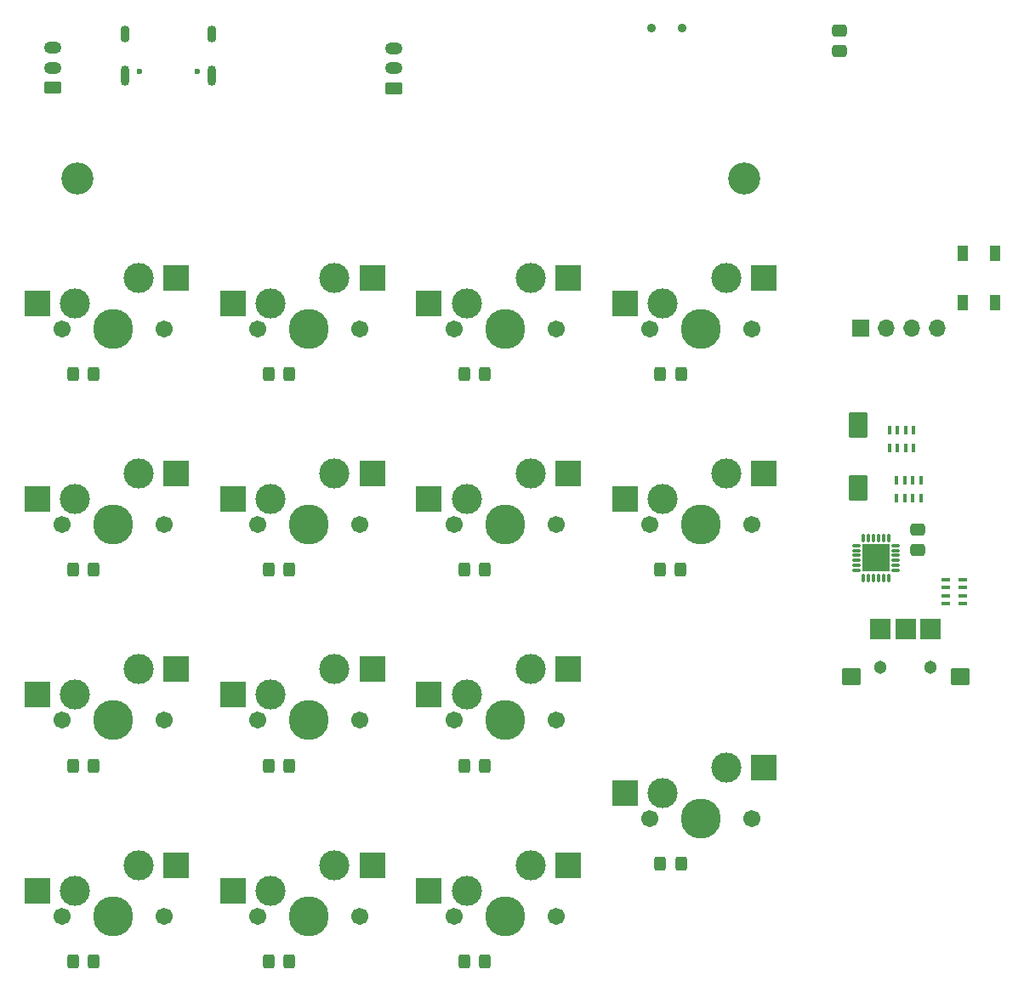
<source format=gbr>
%TF.GenerationSoftware,KiCad,Pcbnew,(6.0.7)*%
%TF.CreationDate,2022-10-16T13:30:08+08:00*%
%TF.ProjectId,numpad-test,6e756d70-6164-42d7-9465-73742e6b6963,rev?*%
%TF.SameCoordinates,Original*%
%TF.FileFunction,Soldermask,Bot*%
%TF.FilePolarity,Negative*%
%FSLAX46Y46*%
G04 Gerber Fmt 4.6, Leading zero omitted, Abs format (unit mm)*
G04 Created by KiCad (PCBNEW (6.0.7)) date 2022-10-16 13:30:08*
%MOMM*%
%LPD*%
G01*
G04 APERTURE LIST*
G04 Aperture macros list*
%AMRoundRect*
0 Rectangle with rounded corners*
0 $1 Rounding radius*
0 $2 $3 $4 $5 $6 $7 $8 $9 X,Y pos of 4 corners*
0 Add a 4 corners polygon primitive as box body*
4,1,4,$2,$3,$4,$5,$6,$7,$8,$9,$2,$3,0*
0 Add four circle primitives for the rounded corners*
1,1,$1+$1,$2,$3*
1,1,$1+$1,$4,$5*
1,1,$1+$1,$6,$7*
1,1,$1+$1,$8,$9*
0 Add four rect primitives between the rounded corners*
20,1,$1+$1,$2,$3,$4,$5,0*
20,1,$1+$1,$4,$5,$6,$7,0*
20,1,$1+$1,$6,$7,$8,$9,0*
20,1,$1+$1,$8,$9,$2,$3,0*%
G04 Aperture macros list end*
%ADD10C,3.000000*%
%ADD11C,1.701800*%
%ADD12C,3.987800*%
%ADD13R,2.550000X2.500000*%
%ADD14C,3.200000*%
%ADD15RoundRect,0.250000X0.625000X-0.350000X0.625000X0.350000X-0.625000X0.350000X-0.625000X-0.350000X0*%
%ADD16O,1.750000X1.200000*%
%ADD17R,1.700000X1.700000*%
%ADD18O,1.700000X1.700000*%
%ADD19C,0.900000*%
%ADD20C,0.600000*%
%ADD21O,0.900000X2.000000*%
%ADD22O,0.900000X1.700000*%
%ADD23C,1.303020*%
%ADD24RoundRect,0.101600X-0.949960X-0.899160X0.949960X-0.899160X0.949960X0.899160X-0.949960X0.899160X0*%
%ADD25RoundRect,0.101600X-0.798830X-0.749300X0.798830X-0.749300X0.798830X0.749300X-0.798830X0.749300X0*%
%ADD26RoundRect,0.250000X0.325000X0.450000X-0.325000X0.450000X-0.325000X-0.450000X0.325000X-0.450000X0*%
%ADD27RoundRect,0.101600X-0.798830X1.149350X-0.798830X-1.149350X0.798830X-1.149350X0.798830X1.149350X0*%
%ADD28RoundRect,0.060000X0.125000X0.350000X-0.125000X0.350000X-0.125000X-0.350000X0.125000X-0.350000X0*%
%ADD29RoundRect,0.060000X0.350000X0.125000X-0.350000X0.125000X-0.350000X-0.125000X0.350000X-0.125000X0*%
%ADD30R,2.750000X2.750000*%
%ADD31R,0.400000X0.900000*%
%ADD32R,1.000000X1.500000*%
%ADD33R,0.900000X0.400000*%
%ADD34RoundRect,0.250000X0.475000X-0.337500X0.475000X0.337500X-0.475000X0.337500X-0.475000X-0.337500X0*%
G04 APERTURE END LIST*
D10*
%TO.C,SW16*%
X111690000Y-63460000D03*
X118040000Y-60920000D03*
D11*
X120580000Y-66000000D03*
X110420000Y-66000000D03*
D12*
X115500000Y-66000000D03*
D13*
X121790000Y-60920000D03*
X107940000Y-63460000D03*
%TD*%
D11*
%TO.C,SW12*%
X90920000Y-66000000D03*
X101080000Y-66000000D03*
D10*
X92190000Y-63460000D03*
X98540000Y-60920000D03*
D12*
X96000000Y-66000000D03*
D13*
X102290000Y-60920000D03*
X88440000Y-63460000D03*
%TD*%
D14*
%TO.C,H2*%
X119850000Y-51050000D03*
%TD*%
D15*
%TO.C,J1*%
X50950000Y-42000000D03*
D16*
X50950000Y-40000000D03*
X50950000Y-38000000D03*
%TD*%
D11*
%TO.C,SW10*%
X81580000Y-105000000D03*
D10*
X79040000Y-99920000D03*
D11*
X71420000Y-105000000D03*
D12*
X76500000Y-105000000D03*
D10*
X72690000Y-102460000D03*
D13*
X82790000Y-99920000D03*
X68940000Y-102460000D03*
%TD*%
D17*
%TO.C,J3*%
X131380000Y-65935000D03*
D18*
X133920000Y-65935000D03*
X136460000Y-65935000D03*
X139000000Y-65935000D03*
%TD*%
D15*
%TO.C,J2*%
X84963000Y-42037000D03*
D16*
X84963000Y-40037000D03*
X84963000Y-38037000D03*
%TD*%
D11*
%TO.C,SW5*%
X62080000Y-85500000D03*
D10*
X59540000Y-80420000D03*
D11*
X51920000Y-85500000D03*
D12*
X57000000Y-85500000D03*
D10*
X53190000Y-82960000D03*
D13*
X63290000Y-80420000D03*
X49440000Y-82960000D03*
%TD*%
D10*
%TO.C,SW4*%
X53190000Y-63460000D03*
D11*
X51920000Y-66000000D03*
X62080000Y-66000000D03*
D10*
X59540000Y-60920000D03*
D12*
X57000000Y-66000000D03*
D13*
X63290000Y-60920000D03*
X49440000Y-63460000D03*
%TD*%
D19*
%TO.C,SW1*%
X113600000Y-36070000D03*
X110600000Y-36070000D03*
%TD*%
D11*
%TO.C,SW15*%
X101080000Y-124500000D03*
D10*
X92190000Y-121960000D03*
X98540000Y-119420000D03*
D12*
X96000000Y-124500000D03*
D11*
X90920000Y-124500000D03*
D13*
X102290000Y-119420000D03*
X88440000Y-121960000D03*
%TD*%
D11*
%TO.C,SW11*%
X71420000Y-124500000D03*
D12*
X76500000Y-124500000D03*
D11*
X81580000Y-124500000D03*
D10*
X79040000Y-119420000D03*
X72690000Y-121960000D03*
D13*
X82790000Y-119420000D03*
X68940000Y-121960000D03*
%TD*%
D20*
%TO.C,J4*%
X59610000Y-40325000D03*
X65390000Y-40325000D03*
D21*
X58180000Y-40805000D03*
D22*
X58180000Y-36635000D03*
D21*
X66820000Y-40805000D03*
D22*
X66820000Y-36635000D03*
%TD*%
D10*
%TO.C,SW13*%
X92190000Y-82960000D03*
D12*
X96000000Y-85500000D03*
D10*
X98540000Y-80420000D03*
D11*
X101080000Y-85500000D03*
X90920000Y-85500000D03*
D13*
X102290000Y-80420000D03*
X88440000Y-82960000D03*
%TD*%
D10*
%TO.C,SW8*%
X72690000Y-63460000D03*
D11*
X71420000Y-66000000D03*
D10*
X79040000Y-60920000D03*
D11*
X81580000Y-66000000D03*
D12*
X76500000Y-66000000D03*
D13*
X82790000Y-60920000D03*
X68940000Y-63460000D03*
%TD*%
D11*
%TO.C,SW7*%
X51920000Y-124500000D03*
D10*
X53190000Y-121960000D03*
X59540000Y-119420000D03*
D12*
X57000000Y-124500000D03*
D11*
X62080000Y-124500000D03*
D13*
X63290000Y-119420000D03*
X49440000Y-121960000D03*
%TD*%
D10*
%TO.C,SW9*%
X79040000Y-80420000D03*
X72690000Y-82960000D03*
D12*
X76500000Y-85500000D03*
D11*
X81580000Y-85500000D03*
X71420000Y-85500000D03*
D13*
X82790000Y-80420000D03*
X68940000Y-82960000D03*
%TD*%
D12*
%TO.C,SW14*%
X96000000Y-105000000D03*
D10*
X98540000Y-99920000D03*
D11*
X101080000Y-105000000D03*
X90920000Y-105000000D03*
D10*
X92190000Y-102460000D03*
D13*
X102290000Y-99920000D03*
X88440000Y-102460000D03*
%TD*%
D10*
%TO.C,SW6*%
X59540000Y-99920000D03*
D11*
X51920000Y-105000000D03*
D10*
X53190000Y-102460000D03*
D12*
X57000000Y-105000000D03*
D11*
X62080000Y-105000000D03*
D13*
X63290000Y-99920000D03*
X49440000Y-102460000D03*
%TD*%
D11*
%TO.C,SW17*%
X110420000Y-85500000D03*
D10*
X111690000Y-82960000D03*
X118040000Y-80420000D03*
D12*
X115500000Y-85500000D03*
D11*
X120580000Y-85500000D03*
D13*
X121790000Y-80420000D03*
X107940000Y-82960000D03*
%TD*%
%TO.C,SW18*%
X107940000Y-112210000D03*
X121790000Y-109670000D03*
D11*
X110420000Y-114750000D03*
D10*
X118040000Y-109670000D03*
D11*
X120580000Y-114750000D03*
D12*
X115500000Y-114750000D03*
D10*
X111690000Y-112210000D03*
%TD*%
D14*
%TO.C,H1*%
X53400000Y-51000000D03*
%TD*%
D23*
%TO.C,S1*%
X138399360Y-99725000D03*
X133400640Y-99725000D03*
D24*
X133400640Y-95925160D03*
X138399360Y-95925160D03*
D25*
X141297500Y-100674960D03*
X130502500Y-100674960D03*
D24*
X135900000Y-95925160D03*
%TD*%
D26*
%TO.C,D11*%
X74525000Y-109500000D03*
X72475000Y-109500000D03*
%TD*%
%TO.C,D19*%
X113525000Y-119250000D03*
X111475000Y-119250000D03*
%TD*%
%TO.C,D10*%
X74525000Y-90000000D03*
X72475000Y-90000000D03*
%TD*%
D27*
%TO.C,SW20*%
X131125000Y-81875000D03*
X131125000Y-75575800D03*
%TD*%
D26*
%TO.C,D5*%
X55025000Y-70500000D03*
X52975000Y-70500000D03*
%TD*%
%TO.C,D7*%
X55025000Y-109500000D03*
X52975000Y-109500000D03*
%TD*%
%TO.C,D18*%
X113475000Y-90000000D03*
X111425000Y-90000000D03*
%TD*%
%TO.C,D13*%
X94025000Y-70500000D03*
X91975000Y-70500000D03*
%TD*%
D28*
%TO.C,U1*%
X134200000Y-90800000D03*
X133700000Y-90800000D03*
X133200000Y-90800000D03*
X132700000Y-90800000D03*
X132200000Y-90800000D03*
X131700000Y-90800000D03*
D29*
X130975000Y-90075000D03*
X130975000Y-89575000D03*
X130975000Y-89075000D03*
X130975000Y-88575000D03*
X130975000Y-88075000D03*
X130975000Y-87575000D03*
D28*
X131700000Y-86850000D03*
X132200000Y-86850000D03*
X132700000Y-86850000D03*
X133200000Y-86850000D03*
X133700000Y-86850000D03*
X134200000Y-86850000D03*
D29*
X134925000Y-87575000D03*
X134925000Y-88075000D03*
X134925000Y-88575000D03*
X134925000Y-89075000D03*
X134925000Y-89575000D03*
X134925000Y-90075000D03*
D30*
X132950000Y-88825000D03*
%TD*%
D26*
%TO.C,D9*%
X74525000Y-70500000D03*
X72475000Y-70500000D03*
%TD*%
%TO.C,D12*%
X74525000Y-129000000D03*
X72475000Y-129000000D03*
%TD*%
D31*
%TO.C,RN3*%
X134275000Y-76125000D03*
X135075000Y-76125000D03*
X135875000Y-76125000D03*
X136675000Y-76125000D03*
X136675000Y-77825000D03*
X135875000Y-77825000D03*
X135075000Y-77825000D03*
X134275000Y-77825000D03*
%TD*%
D26*
%TO.C,D15*%
X94025000Y-109500000D03*
X91975000Y-109500000D03*
%TD*%
%TO.C,D8*%
X55025000Y-129000000D03*
X52975000Y-129000000D03*
%TD*%
D32*
%TO.C,D1*%
X144800000Y-63375000D03*
X141600000Y-63375000D03*
X141600000Y-58475000D03*
X144800000Y-58475000D03*
%TD*%
D33*
%TO.C,RN1*%
X141550000Y-90975000D03*
X141550000Y-91775000D03*
X141550000Y-92575000D03*
X141550000Y-93375000D03*
X139850000Y-93375000D03*
X139850000Y-92575000D03*
X139850000Y-91775000D03*
X139850000Y-90975000D03*
%TD*%
D31*
%TO.C,RN2*%
X135000000Y-81125000D03*
X135800000Y-81125000D03*
X136600000Y-81125000D03*
X137400000Y-81125000D03*
X137400000Y-82825000D03*
X136600000Y-82825000D03*
X135800000Y-82825000D03*
X135000000Y-82825000D03*
%TD*%
D26*
%TO.C,D6*%
X55025000Y-90000000D03*
X52975000Y-90000000D03*
%TD*%
D34*
%TO.C,C10*%
X137125000Y-88050000D03*
X137125000Y-85975000D03*
%TD*%
D26*
%TO.C,D17*%
X113525000Y-70500000D03*
X111475000Y-70500000D03*
%TD*%
%TO.C,D14*%
X94025000Y-90000000D03*
X91975000Y-90000000D03*
%TD*%
%TO.C,D16*%
X94025000Y-129000000D03*
X91975000Y-129000000D03*
%TD*%
D34*
%TO.C,C4*%
X129286000Y-38354000D03*
X129286000Y-36279000D03*
%TD*%
M02*

</source>
